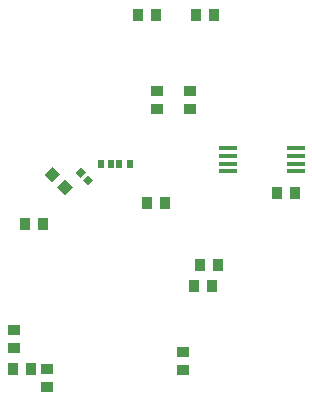
<source format=gbr>
%TF.GenerationSoftware,KiCad,Pcbnew,(5.1.8)-1*%
%TF.CreationDate,2021-05-09T22:57:12+08:00*%
%TF.ProjectId,ccd_with_stm32,6363645f-7769-4746-985f-73746d33322e,rev?*%
%TF.SameCoordinates,Original*%
%TF.FileFunction,Paste,Bot*%
%TF.FilePolarity,Positive*%
%FSLAX46Y46*%
G04 Gerber Fmt 4.6, Leading zero omitted, Abs format (unit mm)*
G04 Created by KiCad (PCBNEW (5.1.8)-1) date 2021-05-09 22:57:12*
%MOMM*%
%LPD*%
G01*
G04 APERTURE LIST*
%ADD10R,0.930000X0.980000*%
%ADD11R,1.570000X0.410000*%
%ADD12C,0.100000*%
%ADD13R,0.600000X0.650000*%
%ADD14R,0.980000X0.930000*%
G04 APERTURE END LIST*
D10*
%TO.C,R24*%
X144340000Y-87150000D03*
X142800000Y-87150000D03*
%TD*%
%TO.C,R16*%
X139420000Y-87160000D03*
X137880000Y-87160000D03*
%TD*%
D11*
%TO.C,U1*%
X145530000Y-100375000D03*
X145530000Y-99725000D03*
X145530000Y-99075000D03*
X145530000Y-98425000D03*
X151270000Y-98425000D03*
X151270000Y-99075000D03*
X151270000Y-99725000D03*
X151270000Y-100375000D03*
%TD*%
D12*
%TO.C,R22*%
G36*
X133258578Y-101118198D02*
G01*
X133718198Y-100658578D01*
X134142462Y-101082842D01*
X133682842Y-101542462D01*
X133258578Y-101118198D01*
G37*
G36*
X132657538Y-100517158D02*
G01*
X133117158Y-100057538D01*
X133541422Y-100481802D01*
X133081802Y-100941422D01*
X132657538Y-100517158D01*
G37*
%TD*%
D13*
%TO.C,R19*%
X135625000Y-99800000D03*
X134775000Y-99800000D03*
%TD*%
%TO.C,R11*%
X136350000Y-99800000D03*
X137200000Y-99800000D03*
%TD*%
D10*
%TO.C,R5*%
X144190000Y-110080000D03*
X142650000Y-110080000D03*
%TD*%
D14*
%TO.C,C15*%
X127400000Y-113830000D03*
X127400000Y-115370000D03*
%TD*%
D10*
%TO.C,C14*%
X140200000Y-103090000D03*
X138660000Y-103090000D03*
%TD*%
%TO.C,C13*%
X144720000Y-108300000D03*
X143180000Y-108300000D03*
%TD*%
D12*
%TO.C,C12*%
G36*
X131069185Y-101762150D02*
G01*
X131762150Y-101069185D01*
X132419759Y-101726794D01*
X131726794Y-102419759D01*
X131069185Y-101762150D01*
G37*
G36*
X129980241Y-100673206D02*
G01*
X130673206Y-99980241D01*
X131330815Y-100637850D01*
X130637850Y-101330815D01*
X129980241Y-100673206D01*
G37*
%TD*%
D10*
%TO.C,C11*%
X128340000Y-104880000D03*
X129880000Y-104880000D03*
%TD*%
%TO.C,C7*%
X127330000Y-117130000D03*
X128870000Y-117130000D03*
%TD*%
D14*
%TO.C,C6*%
X141750000Y-117200000D03*
X141750000Y-115660000D03*
%TD*%
%TO.C,C5*%
X130240000Y-118640000D03*
X130240000Y-117100000D03*
%TD*%
%TO.C,C3*%
X139540000Y-93580000D03*
X139540000Y-95120000D03*
%TD*%
%TO.C,C2*%
X142340000Y-93580000D03*
X142340000Y-95120000D03*
%TD*%
D10*
%TO.C,C1*%
X149710000Y-102210000D03*
X151250000Y-102210000D03*
%TD*%
M02*

</source>
